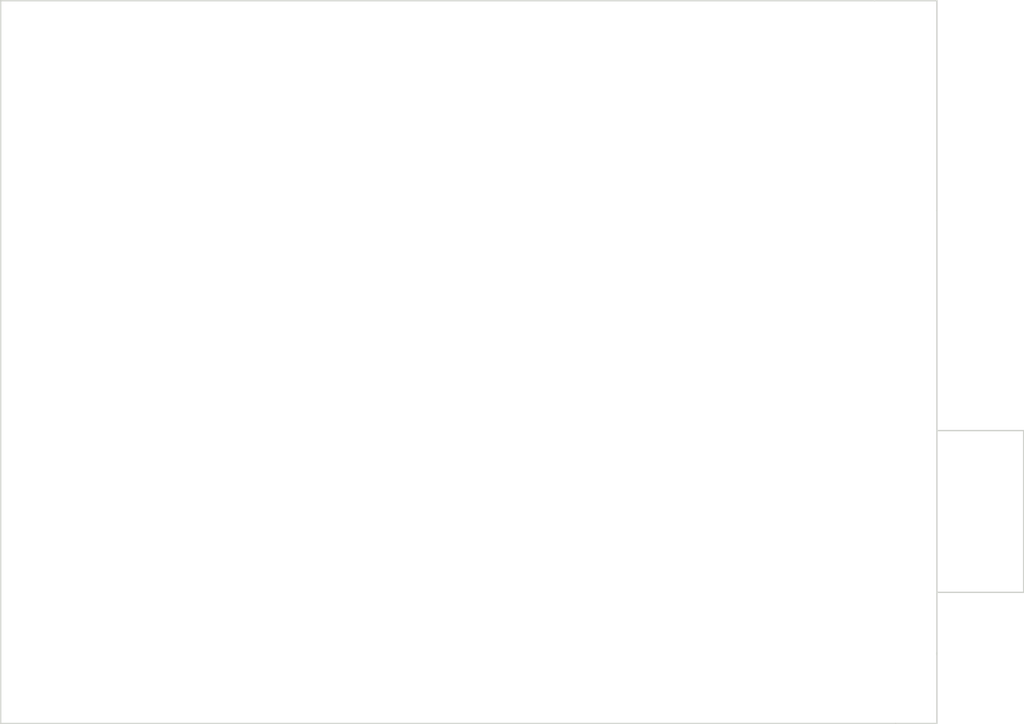
<source format=kicad_pcb>
(kicad_pcb (version 3) (host pcbnew "(2013-05-31 BZR 4019)-stable")

  (general
    (links 0)
    (no_connects 0)
    (area 103.683599 79.096399 172.871601 132.536401)
    (thickness 1.6)
    (drawings 11)
    (tracks 0)
    (zones 0)
    (modules 0)
    (nets 1)
  )

  (page A)
  (title_block 
    (title BenchBuddy)
    (rev 1)
    (company GR)
  )

  (layers
    (15 F.Cu signal)
    (0 B.Cu signal)
    (16 B.Adhes user)
    (17 F.Adhes user)
    (18 B.Paste user)
    (19 F.Paste user)
    (20 B.SilkS user)
    (21 F.SilkS user)
    (22 B.Mask user)
    (23 F.Mask user)
    (24 Dwgs.User user)
    (25 Cmts.User user)
    (26 Eco1.User user)
    (27 Eco2.User user)
    (28 Edge.Cuts user)
  )

  (setup
    (last_trace_width 0.254)
    (trace_clearance 0.254)
    (zone_clearance 0.508)
    (zone_45_only no)
    (trace_min 0.254)
    (segment_width 0.2)
    (edge_width 0.1)
    (via_size 0.889)
    (via_drill 0.635)
    (via_min_size 0.889)
    (via_min_drill 0.508)
    (uvia_size 0.508)
    (uvia_drill 0.127)
    (uvias_allowed no)
    (uvia_min_size 0.508)
    (uvia_min_drill 0.127)
    (pcb_text_width 0.3)
    (pcb_text_size 1.5 1.5)
    (mod_edge_width 0.15)
    (mod_text_size 1 1)
    (mod_text_width 0.15)
    (pad_size 1.5 1.5)
    (pad_drill 0.6)
    (pad_to_mask_clearance 0)
    (aux_axis_origin 0 0)
    (visible_elements 7FFFFFFF)
    (pcbplotparams
      (layerselection 3178497)
      (usegerberextensions true)
      (excludeedgelayer true)
      (linewidth 0.150000)
      (plotframeref false)
      (viasonmask false)
      (mode 1)
      (useauxorigin false)
      (hpglpennumber 1)
      (hpglpenspeed 20)
      (hpglpendiameter 15)
      (hpglpenoverlay 2)
      (psnegative false)
      (psa4output false)
      (plotreference true)
      (plotvalue true)
      (plotothertext true)
      (plotinvisibletext false)
      (padsonsilk false)
      (subtractmaskfromsilk false)
      (outputformat 1)
      (mirror false)
      (drillshape 1)
      (scaleselection 1)
      (outputdirectory ""))
  )

  (net 0 "")

  (net_class Default "This is the default net class."
    (clearance 0.254)
    (trace_width 0.254)
    (via_dia 0.889)
    (via_drill 0.635)
    (uvia_dia 0.508)
    (uvia_drill 0.127)
    (add_net "")
  )

  (gr_line (start 177.292 99.441) (end 170.942 99.441) (angle 90) (layer Edge.Cuts) (width 0.1))
  (gr_line (start 177.292 111.379) (end 170.942 111.379) (angle 90) (layer Edge.Cuts) (width 0.1))
  (gr_line (start 177.292 111.379) (end 177.292 99.441) (angle 90) (layer Edge.Cuts) (width 0.1))
  (gr_line (start 170.8912 67.7164) (end 166.2684 67.7164) (angle 90) (layer Edge.Cuts) (width 0.1))
  (gr_line (start 170.8912 83.2104) (end 170.8912 67.7164) (angle 90) (layer Edge.Cuts) (width 0.1))
  (gr_line (start 170.8912 121.0564) (end 170.8912 115.824) (angle 90) (layer Edge.Cuts) (width 0.1))
  (gr_line (start 167.8432 121.0564) (end 170.8912 121.0564) (angle 90) (layer Edge.Cuts) (width 0.1))
  (gr_line (start 170.8912 115.9764) (end 170.8912 83.2104) (angle 90) (layer Edge.Cuts) (width 0.1) (tstamp 5233E895))
  (gr_line (start 101.8032 67.7164) (end 101.8032 121.0564) (angle 90) (layer Edge.Cuts) (width 0.1) (tstamp 5233E894))
  (gr_line (start 101.8032 121.0564) (end 167.8432 121.0564) (angle 90) (layer Edge.Cuts) (width 0.1) (tstamp 5233E893))
  (gr_line (start 166.3192 67.7164) (end 101.8032 67.7164) (angle 90) (layer Edge.Cuts) (width 0.1) (tstamp 5233E88F))

)

</source>
